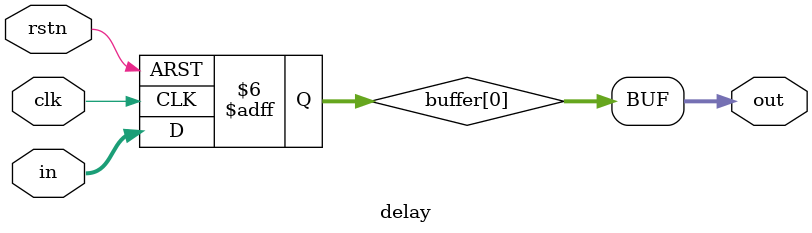
<source format=v>
`timescale 1ns / 1ps


module delay
    #(parameter N = 1, parameter BW = 48) 
    (
        input           clk,
        input           rstn,
        input  [BW-1:0] in,
        output [BW-1:0] out
    );
    
    integer i;
    reg [BW-1:0] buffer [N-1:0];

    always @(posedge clk or negedge rstn) begin
        if (!rstn) begin
            // Reset all register delay t0 0
            for (i = 0; i < N; i = i + 1) begin
                buffer[i] <= {BW{1'b0}};
            end

        end else begin
            // Shift input value into array
            buffer[0] <= in;  // Storing current input
            for (i = 1; i < N; i = i + 1) begin
                buffer[i] <= buffer[i-1];  // Storing value from previous register
            end

        end
    end
    
    assign out = buffer[N-1]; 
    
endmodule

</source>
